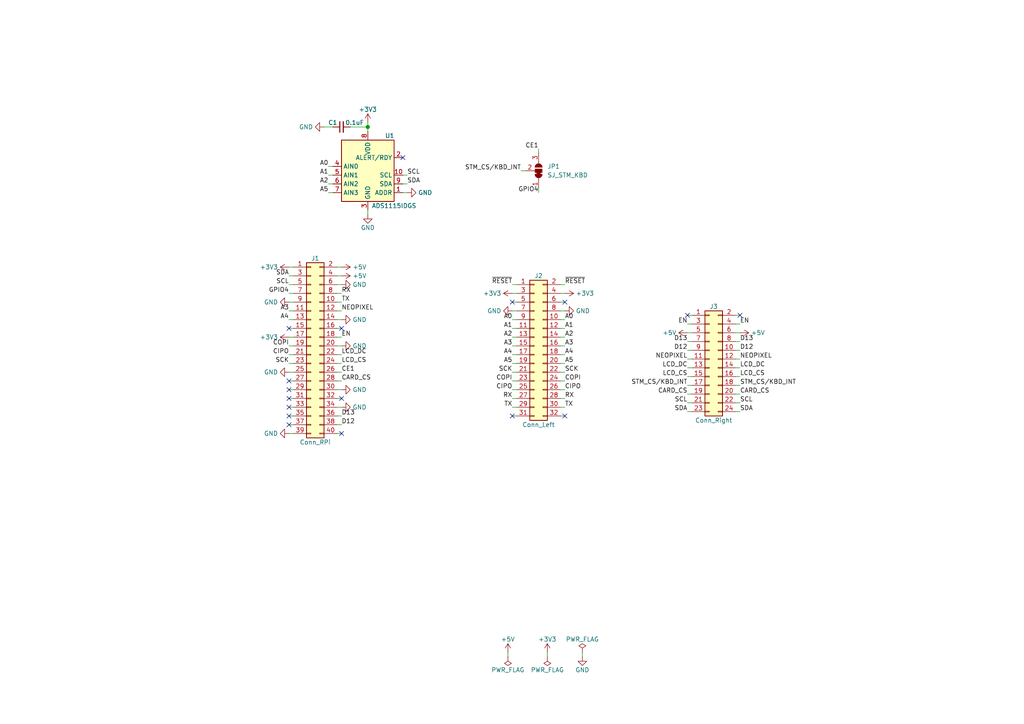
<source format=kicad_sch>
(kicad_sch (version 20230121) (generator eeschema)
  (paper "A4")
  (lib_symbols
    (symbol "Analog_ADC:ADS1115IDGS"
      (property "Reference" "U" (at 2.54 13.97 0))
      (property "Value" "ADS1115IDGS" (at 7.62 11.43 0))
      (symbol "ADS1115IDGS_0_1"
        (rectangle (start -7.62 10.16) (end 7.62 -7.62) (stroke (width 0.254)) (fill (type background)))
      )
      (symbol "ADS1115IDGS_1_1"
        (pin input line (at 10.16 -5.08 180) (length 2.54) (name "ADDR") (number "1"))
        (pin input line (at 10.16 0 180) (length 2.54) (name "SCL") (number "10"))
        (pin output line (at 10.16 5.08 180) (length 2.54) (name "ALERT/RDY") (number "2"))
        (pin power_in line (at 0 -10.16 90) (length 2.54) (name "GND") (number "3"))
        (pin input line (at -10.16 2.54 0) (length 2.54) (name "AIN0") (number "4"))
        (pin input line (at -10.16 0 0) (length 2.54) (name "AIN1") (number "5"))
        (pin input line (at -10.16 -2.54 0) (length 2.54) (name "AIN2") (number "6"))
        (pin input line (at -10.16 -5.08 0) (length 2.54) (name "AIN3") (number "7"))
        (pin power_in line (at 0 12.7 270) (length 2.54) (name "VDD") (number "8"))
        (pin bidirectional line (at 10.16 -2.54 180) (length 2.54) (name "SDA") (number "9"))
      )
    )
    (symbol "Connector_Generic:Conn_02x12_Odd_Even" (pin_names (offset 1.016) hide)
      (property "Reference" "J" (at 1.27 15.24 0))
      (property "Value" "Conn_02x12_Odd_Even" (at 1.27 -17.78 0))
      (symbol "Conn_02x12_Odd_Even_1_1"
        (rectangle (start -1.27 -15.113) (end 0 -15.367) (stroke (width 0.1524)))
        (rectangle (start -1.27 -12.573) (end 0 -12.827) (stroke (width 0.1524)))
        (rectangle (start -1.27 -10.033) (end 0 -10.287) (stroke (width 0.1524)))
        (rectangle (start -1.27 -7.493) (end 0 -7.747) (stroke (width 0.1524)))
        (rectangle (start -1.27 -4.953) (end 0 -5.207) (stroke (width 0.1524)))
        (rectangle (start -1.27 -2.413) (end 0 -2.667) (stroke (width 0.1524)))
        (rectangle (start -1.27 0.127) (end 0 -0.127) (stroke (width 0.1524)))
        (rectangle (start -1.27 2.667) (end 0 2.413) (stroke (width 0.1524)))
        (rectangle (start -1.27 5.207) (end 0 4.953) (stroke (width 0.1524)))
        (rectangle (start -1.27 7.747) (end 0 7.493) (stroke (width 0.1524)))
        (rectangle (start -1.27 10.287) (end 0 10.033) (stroke (width 0.1524)))
        (rectangle (start -1.27 12.827) (end 0 12.573) (stroke (width 0.1524)))
        (rectangle (start -1.27 13.97) (end 3.81 -16.51) (stroke (width 0.254)) (fill (type background)))
        (rectangle (start 3.81 -15.113) (end 2.54 -15.367) (stroke (width 0.1524)))
        (rectangle (start 3.81 -12.573) (end 2.54 -12.827) (stroke (width 0.1524)))
        (rectangle (start 3.81 -10.033) (end 2.54 -10.287) (stroke (width 0.1524)))
        (rectangle (start 3.81 -7.493) (end 2.54 -7.747) (stroke (width 0.1524)))
        (rectangle (start 3.81 -4.953) (end 2.54 -5.207) (stroke (width 0.1524)))
        (rectangle (start 3.81 -2.413) (end 2.54 -2.667) (stroke (width 0.1524)))
        (rectangle (start 3.81 0.127) (end 2.54 -0.127) (stroke (width 0.1524)))
        (rectangle (start 3.81 2.667) (end 2.54 2.413) (stroke (width 0.1524)))
        (rectangle (start 3.81 5.207) (end 2.54 4.953) (stroke (width 0.1524)))
        (rectangle (start 3.81 7.747) (end 2.54 7.493) (stroke (width 0.1524)))
        (rectangle (start 3.81 10.287) (end 2.54 10.033) (stroke (width 0.1524)))
        (rectangle (start 3.81 12.827) (end 2.54 12.573) (stroke (width 0.1524)))
        (pin passive line (at -5.08 12.7 0) (length 3.81) (name "Pin_1") (number "1"))
        (pin passive line (at 7.62 2.54 180) (length 3.81) (name "Pin_10") (number "10"))
        (pin passive line (at -5.08 0 0) (length 3.81) (name "Pin_11") (number "11"))
        (pin passive line (at 7.62 0 180) (length 3.81) (name "Pin_12") (number "12"))
        (pin passive line (at -5.08 -2.54 0) (length 3.81) (name "Pin_13") (number "13"))
        (pin passive line (at 7.62 -2.54 180) (length 3.81) (name "Pin_14") (number "14"))
        (pin passive line (at -5.08 -5.08 0) (length 3.81) (name "Pin_15") (number "15"))
        (pin passive line (at 7.62 -5.08 180) (length 3.81) (name "Pin_16") (number "16"))
        (pin passive line (at -5.08 -7.62 0) (length 3.81) (name "Pin_17") (number "17"))
        (pin passive line (at 7.62 -7.62 180) (length 3.81) (name "Pin_18") (number "18"))
        (pin passive line (at -5.08 -10.16 0) (length 3.81) (name "Pin_19") (number "19"))
        (pin passive line (at 7.62 12.7 180) (length 3.81) (name "Pin_2") (number "2"))
        (pin passive line (at 7.62 -10.16 180) (length 3.81) (name "Pin_20") (number "20"))
        (pin passive line (at -5.08 -12.7 0) (length 3.81) (name "Pin_21") (number "21"))
        (pin passive line (at 7.62 -12.7 180) (length 3.81) (name "Pin_22") (number "22"))
        (pin passive line (at -5.08 -15.24 0) (length 3.81) (name "Pin_23") (number "23"))
        (pin passive line (at 7.62 -15.24 180) (length 3.81) (name "Pin_24") (number "24"))
        (pin passive line (at -5.08 10.16 0) (length 3.81) (name "Pin_3") (number "3"))
        (pin passive line (at 7.62 10.16 180) (length 3.81) (name "Pin_4") (number "4"))
        (pin passive line (at -5.08 7.62 0) (length 3.81) (name "Pin_5") (number "5"))
        (pin passive line (at 7.62 7.62 180) (length 3.81) (name "Pin_6") (number "6"))
        (pin passive line (at -5.08 5.08 0) (length 3.81) (name "Pin_7") (number "7"))
        (pin passive line (at 7.62 5.08 180) (length 3.81) (name "Pin_8") (number "8"))
        (pin passive line (at -5.08 2.54 0) (length 3.81) (name "Pin_9") (number "9"))
      )
    )
    (symbol "Connector_Generic:Conn_02x16_Odd_Even" (pin_names (offset 1.016) hide)
      (property "Reference" "J" (at 1.27 20.32 0))
      (property "Value" "Conn_02x16_Odd_Even" (at 1.27 -22.86 0))
      (symbol "Conn_02x16_Odd_Even_1_1"
        (rectangle (start -1.27 -20.193) (end 0 -20.447) (stroke (width 0.1524)))
        (rectangle (start -1.27 -17.653) (end 0 -17.907) (stroke (width 0.1524)))
        (rectangle (start -1.27 -15.113) (end 0 -15.367) (stroke (width 0.1524)))
        (rectangle (start -1.27 -12.573) (end 0 -12.827) (stroke (width 0.1524)))
        (rectangle (start -1.27 -10.033) (end 0 -10.287) (stroke (width 0.1524)))
        (rectangle (start -1.27 -7.493) (end 0 -7.747) (stroke (width 0.1524)))
        (rectangle (start -1.27 -4.953) (end 0 -5.207) (stroke (width 0.1524)))
        (rectangle (start -1.27 -2.413) (end 0 -2.667) (stroke (width 0.1524)))
        (rectangle (start -1.27 0.127) (end 0 -0.127) (stroke (width 0.1524)))
        (rectangle (start -1.27 2.667) (end 0 2.413) (stroke (width 0.1524)))
        (rectangle (start -1.27 5.207) (end 0 4.953) (stroke (width 0.1524)))
        (rectangle (start -1.27 7.747) (end 0 7.493) (stroke (width 0.1524)))
        (rectangle (start -1.27 10.287) (end 0 10.033) (stroke (width 0.1524)))
        (rectangle (start -1.27 12.827) (end 0 12.573) (stroke (width 0.1524)))
        (rectangle (start -1.27 15.367) (end 0 15.113) (stroke (width 0.1524)))
        (rectangle (start -1.27 17.907) (end 0 17.653) (stroke (width 0.1524)))
        (rectangle (start -1.27 19.05) (end 3.81 -21.59) (stroke (width 0.254)) (fill (type background)))
        (rectangle (start 3.81 -20.193) (end 2.54 -20.447) (stroke (width 0.1524)))
        (rectangle (start 3.81 -17.653) (end 2.54 -17.907) (stroke (width 0.1524)))
        (rectangle (start 3.81 -15.113) (end 2.54 -15.367) (stroke (width 0.1524)))
        (rectangle (start 3.81 -12.573) (end 2.54 -12.827) (stroke (width 0.1524)))
        (rectangle (start 3.81 -10.033) (end 2.54 -10.287) (stroke (width 0.1524)))
        (rectangle (start 3.81 -7.493) (end 2.54 -7.747) (stroke (width 0.1524)))
        (rectangle (start 3.81 -4.953) (end 2.54 -5.207) (stroke (width 0.1524)))
        (rectangle (start 3.81 -2.413) (end 2.54 -2.667) (stroke (width 0.1524)))
        (rectangle (start 3.81 0.127) (end 2.54 -0.127) (stroke (width 0.1524)))
        (rectangle (start 3.81 2.667) (end 2.54 2.413) (stroke (width 0.1524)))
        (rectangle (start 3.81 5.207) (end 2.54 4.953) (stroke (width 0.1524)))
        (rectangle (start 3.81 7.747) (end 2.54 7.493) (stroke (width 0.1524)))
        (rectangle (start 3.81 10.287) (end 2.54 10.033) (stroke (width 0.1524)))
        (rectangle (start 3.81 12.827) (end 2.54 12.573) (stroke (width 0.1524)))
        (rectangle (start 3.81 15.367) (end 2.54 15.113) (stroke (width 0.1524)))
        (rectangle (start 3.81 17.907) (end 2.54 17.653) (stroke (width 0.1524)))
        (pin passive line (at -5.08 17.78 0) (length 3.81) (name "Pin_1") (number "1"))
        (pin passive line (at 7.62 7.62 180) (length 3.81) (name "Pin_10") (number "10"))
        (pin passive line (at -5.08 5.08 0) (length 3.81) (name "Pin_11") (number "11"))
        (pin passive line (at 7.62 5.08 180) (length 3.81) (name "Pin_12") (number "12"))
        (pin passive line (at -5.08 2.54 0) (length 3.81) (name "Pin_13") (number "13"))
        (pin passive line (at 7.62 2.54 180) (length 3.81) (name "Pin_14") (number "14"))
        (pin passive line (at -5.08 0 0) (length 3.81) (name "Pin_15") (number "15"))
        (pin passive line (at 7.62 0 180) (length 3.81) (name "Pin_16") (number "16"))
        (pin passive line (at -5.08 -2.54 0) (length 3.81) (name "Pin_17") (number "17"))
        (pin passive line (at 7.62 -2.54 180) (length 3.81) (name "Pin_18") (number "18"))
        (pin passive line (at -5.08 -5.08 0) (length 3.81) (name "Pin_19") (number "19"))
        (pin passive line (at 7.62 17.78 180) (length 3.81) (name "Pin_2") (number "2"))
        (pin passive line (at 7.62 -5.08 180) (length 3.81) (name "Pin_20") (number "20"))
        (pin passive line (at -5.08 -7.62 0) (length 3.81) (name "Pin_21") (number "21"))
        (pin passive line (at 7.62 -7.62 180) (length 3.81) (name "Pin_22") (number "22"))
        (pin passive line (at -5.08 -10.16 0) (length 3.81) (name "Pin_23") (number "23"))
        (pin passive line (at 7.62 -10.16 180) (length 3.81) (name "Pin_24") (number "24"))
        (pin passive line (at -5.08 -12.7 0) (length 3.81) (name "Pin_25") (number "25"))
        (pin passive line (at 7.62 -12.7 180) (length 3.81) (name "Pin_26") (number "26"))
        (pin passive line (at -5.08 -15.24 0) (length 3.81) (name "Pin_27") (number "27"))
        (pin passive line (at 7.62 -15.24 180) (length 3.81) (name "Pin_28") (number "28"))
        (pin passive line (at -5.08 -17.78 0) (length 3.81) (name "Pin_29") (number "29"))
        (pin passive line (at -5.08 15.24 0) (length 3.81) (name "Pin_3") (number "3"))
        (pin passive line (at 7.62 -17.78 180) (length 3.81) (name "Pin_30") (number "30"))
        (pin passive line (at -5.08 -20.32 0) (length 3.81) (name "Pin_31") (number "31"))
        (pin passive line (at 7.62 -20.32 180) (length 3.81) (name "Pin_32") (number "32"))
        (pin passive line (at 7.62 15.24 180) (length 3.81) (name "Pin_4") (number "4"))
        (pin passive line (at -5.08 12.7 0) (length 3.81) (name "Pin_5") (number "5"))
        (pin passive line (at 7.62 12.7 180) (length 3.81) (name "Pin_6") (number "6"))
        (pin passive line (at -5.08 10.16 0) (length 3.81) (name "Pin_7") (number "7"))
        (pin passive line (at 7.62 10.16 180) (length 3.81) (name "Pin_8") (number "8"))
        (pin passive line (at -5.08 7.62 0) (length 3.81) (name "Pin_9") (number "9"))
      )
    )
    (symbol "Connector_Generic:Conn_02x20_Odd_Even" (pin_names (offset 1.016) hide)
      (property "Reference" "J" (at 1.27 25.4 0))
      (property "Value" "Conn_02x20_Odd_Even" (at 1.27 -27.94 0))
      (symbol "Conn_02x20_Odd_Even_1_1"
        (rectangle (start -1.27 -25.273) (end 0 -25.527) (stroke (width 0.1524)))
        (rectangle (start -1.27 -22.733) (end 0 -22.987) (stroke (width 0.1524)))
        (rectangle (start -1.27 -20.193) (end 0 -20.447) (stroke (width 0.1524)))
        (rectangle (start -1.27 -17.653) (end 0 -17.907) (stroke (width 0.1524)))
        (rectangle (start -1.27 -15.113) (end 0 -15.367) (stroke (width 0.1524)))
        (rectangle (start -1.27 -12.573) (end 0 -12.827) (stroke (width 0.1524)))
        (rectangle (start -1.27 -10.033) (end 0 -10.287) (stroke (width 0.1524)))
        (rectangle (start -1.27 -7.493) (end 0 -7.747) (stroke (width 0.1524)))
        (rectangle (start -1.27 -4.953) (end 0 -5.207) (stroke (width 0.1524)))
        (rectangle (start -1.27 -2.413) (end 0 -2.667) (stroke (width 0.1524)))
        (rectangle (start -1.27 0.127) (end 0 -0.127) (stroke (width 0.1524)))
        (rectangle (start -1.27 2.667) (end 0 2.413) (stroke (width 0.1524)))
        (rectangle (start -1.27 5.207) (end 0 4.953) (stroke (width 0.1524)))
        (rectangle (start -1.27 7.747) (end 0 7.493) (stroke (width 0.1524)))
        (rectangle (start -1.27 10.287) (end 0 10.033) (stroke (width 0.1524)))
        (rectangle (start -1.27 12.827) (end 0 12.573) (stroke (width 0.1524)))
        (rectangle (start -1.27 15.367) (end 0 15.113) (stroke (width 0.1524)))
        (rectangle (start -1.27 17.907) (end 0 17.653) (stroke (width 0.1524)))
        (rectangle (start -1.27 20.447) (end 0 20.193) (stroke (width 0.1524)))
        (rectangle (start -1.27 22.987) (end 0 22.733) (stroke (width 0.1524)))
        (rectangle (start -1.27 24.13) (end 3.81 -26.67) (stroke (width 0.254)) (fill (type background)))
        (rectangle (start 3.81 -25.273) (end 2.54 -25.527) (stroke (width 0.1524)))
        (rectangle (start 3.81 -22.733) (end 2.54 -22.987) (stroke (width 0.1524)))
        (rectangle (start 3.81 -20.193) (end 2.54 -20.447) (stroke (width 0.1524)))
        (rectangle (start 3.81 -17.653) (end 2.54 -17.907) (stroke (width 0.1524)))
        (rectangle (start 3.81 -15.113) (end 2.54 -15.367) (stroke (width 0.1524)))
        (rectangle (start 3.81 -12.573) (end 2.54 -12.827) (stroke (width 0.1524)))
        (rectangle (start 3.81 -10.033) (end 2.54 -10.287) (stroke (width 0.1524)))
        (rectangle (start 3.81 -7.493) (end 2.54 -7.747) (stroke (width 0.1524)))
        (rectangle (start 3.81 -4.953) (end 2.54 -5.207) (stroke (width 0.1524)))
        (rectangle (start 3.81 -2.413) (end 2.54 -2.667) (stroke (width 0.1524)))
        (rectangle (start 3.81 0.127) (end 2.54 -0.127) (stroke (width 0.1524)))
        (rectangle (start 3.81 2.667) (end 2.54 2.413) (stroke (width 0.1524)))
        (rectangle (start 3.81 5.207) (end 2.54 4.953) (stroke (width 0.1524)))
        (rectangle (start 3.81 7.747) (end 2.54 7.493) (stroke (width 0.1524)))
        (rectangle (start 3.81 10.287) (end 2.54 10.033) (stroke (width 0.1524)))
        (rectangle (start 3.81 12.827) (end 2.54 12.573) (stroke (width 0.1524)))
        (rectangle (start 3.81 15.367) (end 2.54 15.113) (stroke (width 0.1524)))
        (rectangle (start 3.81 17.907) (end 2.54 17.653) (stroke (width 0.1524)))
        (rectangle (start 3.81 20.447) (end 2.54 20.193) (stroke (width 0.1524)))
        (rectangle (start 3.81 22.987) (end 2.54 22.733) (stroke (width 0.1524)))
        (pin passive line (at -5.08 22.86 0) (length 3.81) (name "Pin_1") (number "1"))
        (pin passive line (at 7.62 12.7 180) (length 3.81) (name "Pin_10") (number "10"))
        (pin passive line (at -5.08 10.16 0) (length 3.81) (name "Pin_11") (number "11"))
        (pin passive line (at 7.62 10.16 180) (length 3.81) (name "Pin_12") (number "12"))
        (pin passive line (at -5.08 7.62 0) (length 3.81) (name "Pin_13") (number "13"))
        (pin passive line (at 7.62 7.62 180) (length 3.81) (name "Pin_14") (number "14"))
        (pin passive line (at -5.08 5.08 0) (length 3.81) (name "Pin_15") (number "15"))
        (pin passive line (at 7.62 5.08 180) (length 3.81) (name "Pin_16") (number "16"))
        (pin passive line (at -5.08 2.54 0) (length 3.81) (name "Pin_17") (number "17"))
        (pin passive line (at 7.62 2.54 180) (length 3.81) (name "Pin_18") (number "18"))
        (pin passive line (at -5.08 0 0) (length 3.81) (name "Pin_19") (number "19"))
        (pin passive line (at 7.62 22.86 180) (length 3.81) (name "Pin_2") (number "2"))
        (pin passive line (at 7.62 0 180) (length 3.81) (name "Pin_20") (number "20"))
        (pin passive line (at -5.08 -2.54 0) (length 3.81) (name "Pin_21") (number "21"))
        (pin passive line (at 7.62 -2.54 180) (length 3.81) (name "Pin_22") (number "22"))
        (pin passive line (at -5.08 -5.08 0) (length 3.81) (name "Pin_23") (number "23"))
        (pin passive line (at 7.62 -5.08 180) (length 3.81) (name "Pin_24") (number "24"))
        (pin passive line (at -5.08 -7.62 0) (length 3.81) (name "Pin_25") (number "25"))
        (pin passive line (at 7.62 -7.62 180) (length 3.81) (name "Pin_26") (number "26"))
        (pin passive line (at -5.08 -10.16 0) (length 3.81) (name "Pin_27") (number "27"))
        (pin passive line (at 7.62 -10.16 180) (length 3.81) (name "Pin_28") (number "28"))
        (pin passive line (at -5.08 -12.7 0) (length 3.81) (name "Pin_29") (number "29"))
        (pin passive line (at -5.08 20.32 0) (length 3.81) (name "Pin_3") (number "3"))
        (pin passive line (at 7.62 -12.7 180) (length 3.81) (name "Pin_30") (number "30"))
        (pin passive line (at -5.08 -15.24 0) (length 3.81) (name "Pin_31") (number "31"))
        (pin passive line (at 7.62 -15.24 180) (length 3.81) (name "Pin_32") (number "32"))
        (pin passive line (at -5.08 -17.78 0) (length 3.81) (name "Pin_33") (number "33"))
        (pin passive line (at 7.62 -17.78 180) (length 3.81) (name "Pin_34") (number "34"))
        (pin passive line (at -5.08 -20.32 0) (length 3.81) (name "Pin_35") (number "35"))
        (pin passive line (at 7.62 -20.32 180) (length 3.81) (name "Pin_36") (number "36"))
        (pin passive line (at -5.08 -22.86 0) (length 3.81) (name "Pin_37") (number "37"))
        (pin passive line (at 7.62 -22.86 180) (length 3.81) (name "Pin_38") (number "38"))
        (pin passive line (at -5.08 -25.4 0) (length 3.81) (name "Pin_39") (number "39"))
        (pin passive line (at 7.62 20.32 180) (length 3.81) (name "Pin_4") (number "4"))
        (pin passive line (at 7.62 -25.4 180) (length 3.81) (name "Pin_40") (number "40"))
        (pin passive line (at -5.08 17.78 0) (length 3.81) (name "Pin_5") (number "5"))
        (pin passive line (at 7.62 17.78 180) (length 3.81) (name "Pin_6") (number "6"))
        (pin passive line (at -5.08 15.24 0) (length 3.81) (name "Pin_7") (number "7"))
        (pin passive line (at 7.62 15.24 180) (length 3.81) (name "Pin_8") (number "8"))
        (pin passive line (at -5.08 12.7 0) (length 3.81) (name "Pin_9") (number "9"))
      )
    )
    (symbol "Device:C_Small" (pin_numbers hide) (pin_names (offset 0.254) hide)
      (property "Reference" "C" (at 0.254 1.778 0))
      (property "Value" "C_Small" (at 0.254 -2.032 0))
      (symbol "C_Small_0_1"
        (polyline (pts (xy -1.524 -0.508) (xy 1.524 -0.508)) (stroke (width 0.3302)))
        (polyline (pts (xy -1.524 0.508) (xy 1.524 0.508)) (stroke (width 0.3048)))
      )
      (symbol "C_Small_1_1"
        (pin passive line (at 0 2.54 270) (length 2.032) (name "~") (number "1"))
        (pin passive line (at 0 -2.54 90) (length 2.032) (name "~") (number "2"))
      )
    )
    (symbol "Jumper:SolderJumper_3_Bridged12" (pin_names (offset 0) hide)
      (property "Reference" "JP" (at -2.54 -2.54 0))
      (property "Value" "SolderJumper_3_Bridged12" (at 0 2.794 0))
      (symbol "SolderJumper_3_Bridged12_0_1"
        (rectangle (start -1.016 0.508) (end -0.508 -0.508) (fill (type outline)))
        (arc (start -1.016 1.016) (mid -2.0276 0) (end -1.016 -1.016))
        (arc (start -1.016 1.016) (mid -2.0276 0) (end -1.016 -1.016) (fill (type outline)))
        (rectangle (start -0.508 1.016) (end 0.508 -1.016) (fill (type outline)))
        (polyline (pts (xy -2.54 0) (xy -2.032 0)))
        (polyline (pts (xy -1.016 1.016) (xy -1.016 -1.016)))
        (polyline (pts (xy 0 -1.27) (xy 0 -1.016)))
        (polyline (pts (xy 1.016 1.016) (xy 1.016 -1.016)))
        (polyline (pts (xy 2.54 0) (xy 2.032 0)))
        (arc (start 1.016 -1.016) (mid 2.0276 0) (end 1.016 1.016))
        (arc (start 1.016 -1.016) (mid 2.0276 0) (end 1.016 1.016) (fill (type outline)))
      )
      (symbol "SolderJumper_3_Bridged12_1_1"
        (pin passive line (at -5.08 0 0) (length 2.54) (name "A") (number "1"))
        (pin input line (at 0 -3.81 90) (length 2.54) (name "C") (number "2"))
        (pin passive line (at 5.08 0 180) (length 2.54) (name "B") (number "3"))
      )
    )
    (symbol "power:+3.3V" (power) (pin_names (offset 0))
      (property "Value" "+3.3V" (at 0 3.556 0))
      (symbol "+3.3V_0_1"
        (polyline (pts (xy -0.762 1.27) (xy 0 2.54)))
        (polyline (pts (xy 0 0) (xy 0 2.54)))
        (polyline (pts (xy 0 2.54) (xy 0.762 1.27)))
      )
      (symbol "+3.3V_1_1"
        (pin power_in line (at 0 0 90) (length 0) hide (name "+3V3") (number "1"))
      )
    )
    (symbol "power:+5V" (power) (pin_names (offset 0))
      (property "Value" "+5V" (at 0 3.556 0))
      (symbol "+5V_0_1"
        (polyline (pts (xy -0.762 1.27) (xy 0 2.54)))
        (polyline (pts (xy 0 0) (xy 0 2.54)))
        (polyline (pts (xy 0 2.54) (xy 0.762 1.27)))
      )
      (symbol "+5V_1_1"
        (pin power_in line (at 0 0 90) (length 0) hide (name "+5V") (number "1"))
      )
    )
    (symbol "power:GND" (power) (pin_names (offset 0))
      (property "Value" "GND" (at 0 -3.81 0))
      (symbol "GND_0_1"
        (polyline (pts (xy 0 0) (xy 0 -1.27) (xy 1.27 -1.27) (xy 0 -2.54) (xy -1.27 -1.27) (xy 0 -1.27)))
      )
      (symbol "GND_1_1"
        (pin power_in line (at 0 0 270) (length 0) hide (name "GND") (number "1"))
      )
    )
    (symbol "power:PWR_FLAG" (power) (pin_numbers hide) (pin_names (offset 0) hide)
      (property "Value" "PWR_FLAG" (at 0 3.81 0))
      (symbol "PWR_FLAG_0_0"
        (pin power_out line (at 0 0 90) (length 0) (name "pwr") (number "1"))
      )
      (symbol "PWR_FLAG_0_1"
        (polyline (pts (xy 0 0) (xy 0 1.27) (xy -1.016 1.905) (xy 0 2.54) (xy 1.016 1.905) (xy 0 1.27)))
      )
    )
  )
  (junction (at 106.68 36.83) (diameter 1.016))
  (no_connect (at 163.83 87.63))
  (no_connect (at 116.84 45.72))
  (no_connect (at 199.39 91.44))
  (no_connect (at 148.59 120.65))
  (no_connect (at 163.83 120.65))
  (no_connect (at 83.82 95.25))
  (no_connect (at 83.82 110.49))
  (no_connect (at 83.82 113.03))
  (no_connect (at 83.82 115.57))
  (no_connect (at 83.82 118.11))
  (no_connect (at 83.82 120.65))
  (no_connect (at 83.82 123.19))
  (no_connect (at 99.06 95.25))
  (no_connect (at 99.06 115.57))
  (no_connect (at 99.06 125.73))
  (no_connect (at 214.63 91.44))
  (no_connect (at 148.59 87.63))
  (wire (pts (xy 162.56 115.57) (xy 163.83 115.57)))
  (wire (pts (xy 148.59 100.33) (xy 149.86 100.33)))
  (wire (pts (xy 213.36 114.3) (xy 214.63 114.3)))
  (wire (pts (xy 83.82 102.87) (xy 85.09 102.87)))
  (wire (pts (xy 97.79 100.33) (xy 99.06 100.33)))
  (wire (pts (xy 162.56 92.71) (xy 163.83 92.71)))
  (wire (pts (xy 148.59 113.03) (xy 149.86 113.03)))
  (wire (pts (xy 97.79 87.63) (xy 99.06 87.63)))
  (wire (pts (xy 162.56 113.03) (xy 163.83 113.03)))
  (wire (pts (xy 213.36 101.6) (xy 214.63 101.6)))
  (wire (pts (xy 97.79 105.41) (xy 99.06 105.41)))
  (wire (pts (xy 97.79 110.49) (xy 99.06 110.49)))
  (wire (pts (xy 156.21 43.18) (xy 156.21 44.45)))
  (wire (pts (xy 95.25 53.34) (xy 96.52 53.34)))
  (wire (pts (xy 106.68 35.56) (xy 106.68 36.83)))
  (wire (pts (xy 106.68 36.83) (xy 106.68 38.1)))
  (wire (pts (xy 83.82 90.17) (xy 85.09 90.17)))
  (wire (pts (xy 213.36 104.14) (xy 214.63 104.14)))
  (wire (pts (xy 162.56 120.65) (xy 163.83 120.65)))
  (wire (pts (xy 213.36 91.44) (xy 214.63 91.44)))
  (wire (pts (xy 148.59 85.09) (xy 149.86 85.09)))
  (wire (pts (xy 97.79 92.71) (xy 99.06 92.71)))
  (wire (pts (xy 116.84 55.88) (xy 118.11 55.88)))
  (wire (pts (xy 97.79 107.95) (xy 99.06 107.95)))
  (wire (pts (xy 95.25 50.8) (xy 96.52 50.8)))
  (wire (pts (xy 95.25 48.26) (xy 96.52 48.26)))
  (wire (pts (xy 148.59 92.71) (xy 149.86 92.71)))
  (wire (pts (xy 83.82 95.25) (xy 85.09 95.25)))
  (wire (pts (xy 199.39 109.22) (xy 200.66 109.22)))
  (wire (pts (xy 83.82 110.49) (xy 85.09 110.49)))
  (wire (pts (xy 83.82 87.63) (xy 85.09 87.63)))
  (wire (pts (xy 97.79 125.73) (xy 99.06 125.73)))
  (wire (pts (xy 148.59 118.11) (xy 149.86 118.11)))
  (wire (pts (xy 213.36 93.98) (xy 214.63 93.98)))
  (wire (pts (xy 148.59 95.25) (xy 149.86 95.25)))
  (wire (pts (xy 148.59 97.79) (xy 149.86 97.79)))
  (wire (pts (xy 213.36 119.38) (xy 214.63 119.38)))
  (wire (pts (xy 97.79 123.19) (xy 99.06 123.19)))
  (wire (pts (xy 83.82 118.11) (xy 85.09 118.11)))
  (wire (pts (xy 152.4 49.53) (xy 151.13 49.53)))
  (wire (pts (xy 83.82 97.79) (xy 85.09 97.79)))
  (wire (pts (xy 213.36 96.52) (xy 214.63 96.52)))
  (wire (pts (xy 116.84 53.34) (xy 118.11 53.34)))
  (wire (pts (xy 148.59 120.65) (xy 149.86 120.65)))
  (wire (pts (xy 199.39 104.14) (xy 200.66 104.14)))
  (wire (pts (xy 83.82 115.57) (xy 85.09 115.57)))
  (wire (pts (xy 148.59 102.87) (xy 149.86 102.87)))
  (wire (pts (xy 83.82 105.41) (xy 85.09 105.41)))
  (wire (pts (xy 97.79 82.55) (xy 99.06 82.55)))
  (wire (pts (xy 213.36 99.06) (xy 214.63 99.06)))
  (wire (pts (xy 162.56 100.33) (xy 163.83 100.33)))
  (wire (pts (xy 199.39 111.76) (xy 200.66 111.76)))
  (wire (pts (xy 213.36 116.84) (xy 214.63 116.84)))
  (wire (pts (xy 83.82 82.55) (xy 85.09 82.55)))
  (wire (pts (xy 97.79 80.01) (xy 99.06 80.01)))
  (wire (pts (xy 148.59 107.95) (xy 149.86 107.95)))
  (wire (pts (xy 162.56 87.63) (xy 163.83 87.63)))
  (wire (pts (xy 148.59 87.63) (xy 149.86 87.63)))
  (wire (pts (xy 83.82 113.03) (xy 85.09 113.03)))
  (wire (pts (xy 97.79 77.47) (xy 99.06 77.47)))
  (wire (pts (xy 162.56 110.49) (xy 163.83 110.49)))
  (wire (pts (xy 101.6 36.83) (xy 106.68 36.83)))
  (wire (pts (xy 199.39 96.52) (xy 200.66 96.52)))
  (wire (pts (xy 168.91 189.23) (xy 168.91 190.5)))
  (wire (pts (xy 97.79 118.11) (xy 99.06 118.11)))
  (wire (pts (xy 148.59 90.17) (xy 149.86 90.17)))
  (wire (pts (xy 83.82 125.73) (xy 85.09 125.73)))
  (wire (pts (xy 162.56 90.17) (xy 163.83 90.17)))
  (wire (pts (xy 83.82 92.71) (xy 85.09 92.71)))
  (wire (pts (xy 213.36 106.68) (xy 214.63 106.68)))
  (wire (pts (xy 162.56 82.55) (xy 163.83 82.55)))
  (wire (pts (xy 199.39 106.68) (xy 200.66 106.68)))
  (wire (pts (xy 162.56 102.87) (xy 163.83 102.87)))
  (wire (pts (xy 83.82 107.95) (xy 85.09 107.95)))
  (wire (pts (xy 97.79 115.57) (xy 99.06 115.57)))
  (wire (pts (xy 199.39 119.38) (xy 200.66 119.38)))
  (wire (pts (xy 83.82 77.47) (xy 85.09 77.47)))
  (wire (pts (xy 106.68 60.96) (xy 106.68 62.23)))
  (wire (pts (xy 158.75 189.23) (xy 158.75 190.5)))
  (wire (pts (xy 83.82 85.09) (xy 85.09 85.09)))
  (wire (pts (xy 147.32 189.23) (xy 147.32 190.5)))
  (wire (pts (xy 148.59 105.41) (xy 149.86 105.41)))
  (wire (pts (xy 83.82 100.33) (xy 85.09 100.33)))
  (wire (pts (xy 116.84 50.8) (xy 118.11 50.8)))
  (wire (pts (xy 199.39 116.84) (xy 200.66 116.84)))
  (wire (pts (xy 83.82 120.65) (xy 85.09 120.65)))
  (wire (pts (xy 97.79 102.87) (xy 99.06 102.87)))
  (wire (pts (xy 199.39 114.3) (xy 200.66 114.3)))
  (wire (pts (xy 95.25 55.88) (xy 96.52 55.88)))
  (wire (pts (xy 93.98 36.83) (xy 96.52 36.83)))
  (wire (pts (xy 97.79 95.25) (xy 99.06 95.25)))
  (wire (pts (xy 83.82 123.19) (xy 85.09 123.19)))
  (wire (pts (xy 83.82 80.01) (xy 85.09 80.01)))
  (wire (pts (xy 162.56 97.79) (xy 163.83 97.79)))
  (wire (pts (xy 156.21 54.61) (xy 156.21 55.88)))
  (wire (pts (xy 148.59 82.55) (xy 149.86 82.55)))
  (wire (pts (xy 162.56 107.95) (xy 163.83 107.95)))
  (wire (pts (xy 162.56 118.11) (xy 163.83 118.11)))
  (wire (pts (xy 162.56 85.09) (xy 163.83 85.09)))
  (wire (pts (xy 213.36 111.76) (xy 214.63 111.76)))
  (wire (pts (xy 97.79 90.17) (xy 99.06 90.17)))
  (wire (pts (xy 97.79 97.79) (xy 99.06 97.79)))
  (wire (pts (xy 148.59 115.57) (xy 149.86 115.57)))
  (wire (pts (xy 199.39 101.6) (xy 200.66 101.6)))
  (wire (pts (xy 199.39 91.44) (xy 200.66 91.44)))
  (wire (pts (xy 162.56 95.25) (xy 163.83 95.25)))
  (wire (pts (xy 97.79 120.65) (xy 99.06 120.65)))
  (wire (pts (xy 97.79 85.09) (xy 99.06 85.09)))
  (wire (pts (xy 148.59 110.49) (xy 149.86 110.49)))
  (wire (pts (xy 199.39 99.06) (xy 200.66 99.06)))
  (wire (pts (xy 97.79 113.03) (xy 99.06 113.03)))
  (wire (pts (xy 213.36 109.22) (xy 214.63 109.22)))
  (wire (pts (xy 199.39 93.98) (xy 200.66 93.98)))
  (wire (pts (xy 162.56 105.41) (xy 163.83 105.41)))
  (label "A4" (at 148.59 102.87 180))
  (label "LCD_CS" (at 199.39 109.22 180))
  (label "SCK" (at 83.82 105.41 180))
  (label "RX" (at 99.06 85.09 0))
  (label "A3" (at 163.83 100.33 0))
  (label "STM_CS{slash}KBD_INT" (at 199.39 111.76 180))
  (label "SDA" (at 199.39 119.38 180))
  (label "A2" (at 148.59 97.79 180))
  (label "EN" (at 99.06 97.79 0))
  (label "SCL" (at 214.63 116.84 0))
  (label "NEOPIXEL" (at 99.06 90.17 0))
  (label "SCL" (at 118.11 50.8 0))
  (label "SDA" (at 118.11 53.34 0))
  (label "NEOPIXEL" (at 214.63 104.14 0))
  (label "LCD_DC" (at 199.39 106.68 180))
  (label "A3" (at 148.59 100.33 180))
  (label "COPI" (at 163.83 110.49 0))
  (label "STM_CS{slash}KBD_INT" (at 151.13 49.53 180))
  (label "CIPO" (at 148.59 113.03 180))
  (label "A2" (at 95.25 53.34 180))
  (label "A1" (at 148.59 95.25 180))
  (label "TX" (at 163.83 118.11 0))
  (label "TX" (at 148.59 118.11 180))
  (label "A2" (at 163.83 97.79 0))
  (label "D13" (at 99.06 120.65 0))
  (label "A5" (at 148.59 105.41 180))
  (label "STM_CS{slash}KBD_INT" (at 214.63 111.76 0))
  (label "RX" (at 148.59 115.57 180))
  (label "CE1" (at 156.21 43.18 180))
  (label "A5" (at 95.25 55.88 180))
  (label "CARD_CS" (at 214.63 114.3 0))
  (label "LCD_DC" (at 214.63 106.68 0))
  (label "A5" (at 163.83 105.41 0))
  (label "A0" (at 148.59 92.71 180))
  (label "CIPO" (at 83.82 102.87 180))
  (label "D12" (at 99.06 123.19 0))
  (label "LCD_DC" (at 99.06 102.87 0))
  (label "CARD_CS" (at 99.06 110.49 0))
  (label "EN" (at 199.39 93.98 180))
  (label "A0" (at 163.83 92.71 0))
  (label "D12" (at 199.39 101.6 180))
  (label "~{RESET}" (at 163.83 82.55 0))
  (label "LCD_CS" (at 214.63 109.22 0))
  (label "SDA" (at 83.82 80.01 180))
  (label "LCD_CS" (at 99.06 105.41 0))
  (label "SDA" (at 214.63 119.38 0))
  (label "D13" (at 199.39 99.06 180))
  (label "EN" (at 214.63 93.98 0))
  (label "A4" (at 163.83 102.87 0))
  (label "A4" (at 83.82 92.71 180))
  (label "CIPO" (at 163.83 113.03 0))
  (label "SCL" (at 83.82 82.55 180))
  (label "A1" (at 95.25 50.8 180))
  (label "NEOPIXEL" (at 199.39 104.14 180))
  (label "COPI" (at 148.59 110.49 180))
  (label "SCK" (at 148.59 107.95 180))
  (label "GPIO4" (at 156.21 55.88 180))
  (label "A1" (at 163.83 95.25 0))
  (label "D13" (at 214.63 99.06 0))
  (label "RX" (at 163.83 115.57 0))
  (label "TX" (at 99.06 87.63 0))
  (label "A3" (at 83.82 90.17 180))
  (label "CARD_CS" (at 199.39 114.3 180))
  (label "GPIO4" (at 83.82 85.09 180))
  (label "A0" (at 95.25 48.26 180))
  (label "CE1" (at 99.06 107.95 0))
  (label "~{RESET}" (at 148.59 82.55 180))
  (label "D12" (at 214.63 101.6 0))
  (label "COPI" (at 83.82 100.33 180))
  (label "SCL" (at 199.39 116.84 180))
  (label "SCK" (at 163.83 107.95 0))
  (symbol (lib_id "power:GND") (at 118.11 55.88 90) (unit 1)
    (property "Reference" "#PWR0125" (effects hide))
    (property "Value" "GND" (at 121.285 55.88 90) (effects (justify right)))
  )
  (symbol (lib_id "power:+3.3V") (at 158.75 189.23 0) (unit 1)
    (property "Reference" "#PWR0105" (effects hide))
    (property "Value" "+3.3V" (at 158.75 185.42 0))
  )
  (symbol (lib_id "power:GND") (at 168.91 190.5 0) (mirror y) (unit 1)
    (property "Reference" "#PWR0107" (effects hide))
    (property "Value" "GND" (at 168.91 194.31 0))
  )
  (symbol (lib_id "power:GND") (at 99.06 118.11 90) (unit 1)
    (property "Reference" "#PWR0101" (effects hide))
    (property "Value" "GND" (at 102.235 118.11 90) (effects (justify right)))
  )
  (symbol (lib_id "power:+3.3V") (at 163.83 85.09 270) (mirror x) (unit 1)
    (property "Reference" "#PWR0109" (effects hide))
    (property "Value" "+3.3V" (at 167.005 85.09 90) (effects (justify left)))
  )
  (symbol (lib_id "power:GND") (at 93.98 36.83 270) (mirror x) (unit 1)
    (property "Reference" "#PWR0123" (effects hide))
    (property "Value" "GND" (at 90.805 36.83 90) (effects (justify right)))
  )
  (symbol (lib_id "power:GND") (at 163.83 90.17 90) (mirror x) (unit 1)
    (property "Reference" "#PWR0110" (effects hide))
    (property "Value" "GND" (at 167.005 90.17 90) (effects (justify right)))
  )
  (symbol (lib_id "power:+3.3V") (at 83.82 77.47 90) (unit 1)
    (property "Reference" "#PWR0113" (effects hide))
    (property "Value" "+3.3V" (at 80.645 77.47 90) (effects (justify left)))
  )
  (symbol (lib_id "power:GND") (at 83.82 107.95 270) (unit 1)
    (property "Reference" "#PWR0119" (effects hide))
    (property "Value" "GND" (at 80.645 107.95 90) (effects (justify right)))
  )
  (symbol (lib_id "power:+3.3V") (at 148.59 85.09 90) (unit 1)
    (property "Reference" "#PWR0112" (effects hide))
    (property "Value" "+3.3V" (at 145.415 85.09 90) (effects (justify left)))
  )
  (symbol (lib_id "power:+3.3V") (at 106.68 35.56 0) (unit 1)
    (property "Reference" "#PWR0122" (effects hide))
    (property "Value" "+3.3V" (at 106.68 31.75 0))
  )
  (symbol (lib_id "power:+5V") (at 199.39 96.52 90) (unit 1)
    (property "Reference" "#PWR0106" (effects hide))
    (property "Value" "+5V" (at 196.215 96.52 90) (effects (justify left)))
  )
  (symbol (lib_id "power:+5V") (at 99.06 77.47 270) (unit 1)
    (property "Reference" "#PWR0103" (effects hide))
    (property "Value" "+5V" (at 102.235 77.47 90) (effects (justify left)))
  )
  (symbol (lib_id "power:GND") (at 148.59 90.17 270) (unit 1)
    (property "Reference" "#PWR0111" (effects hide))
    (property "Value" "GND" (at 145.415 90.17 90) (effects (justify right)))
  )
  (symbol (lib_id "power:PWR_FLAG") (at 168.91 189.23 0) (unit 1)
    (property "Reference" "#FLG0101" (effects hide))
    (property "Value" "PWR_FLAG" (at 168.91 185.42 0))
  )
  (symbol (lib_id "power:PWR_FLAG") (at 147.32 190.5 180) (unit 1)
    (property "Reference" "#FLG0103" (effects hide))
    (property "Value" "PWR_FLAG" (at 147.32 194.31 0))
  )
  (symbol (lib_id "power:+5V") (at 214.63 96.52 270) (unit 1)
    (property "Reference" "#PWR0108" (effects hide))
    (property "Value" "+5V" (at 217.805 96.52 90) (effects (justify left)))
  )
  (symbol (lib_id "power:GND") (at 99.06 92.71 90) (unit 1)
    (property "Reference" "#PWR0115" (effects hide))
    (property "Value" "GND" (at 102.235 92.71 90) (effects (justify right)))
  )
  (symbol (lib_id "Jumper:SolderJumper_3_Bridged12") (at 156.21 49.53 270) (mirror x) (unit 1)
    (property "Reference" "JP1" (at 158.75 48.26 90) (effects (justify left)))
    (property "Value" "SJ_STM_KBD" (at 158.75 50.8 90) (effects (justify left)))
    (property "Footprint" "Jumper:SolderJumper-3_P1.3mm_Bridged12_RoundedPad1.0x1.5mm_NumberLabels" (effects hide))
  )
  (symbol (lib_id "Analog_ADC:ADS1115IDGS") (at 106.68 50.8 0) (unit 1)
    (property "Reference" "U1" (at 113.03 39.37 0))
    (property "Value" "ADS1115IDGS" (at 114.3 59.69 0))
    (property "Footprint" "Package_SO:TSSOP-10_3x3mm_P0.5mm" (effects hide))
    (property "Datasheet" "http://www.ti.com/lit/ds/symlink/ads1113.pdf" (effects hide))
  )
  (symbol (lib_id "power:PWR_FLAG") (at 158.75 190.5 180) (unit 1)
    (property "Reference" "#FLG0102" (effects hide))
    (property "Value" "PWR_FLAG" (at 158.75 194.31 0))
  )
  (symbol (lib_id "Connector_Generic:Conn_02x20_Odd_Even") (at 90.17 100.33 0) (unit 1)
    (property "Reference" "J1" (at 91.44 74.93 0))
    (property "Value" "Conn_RPi" (at 91.44 128.27 0))
    (property "Footprint" "Connector_PinHeader_2.54mm:PinHeader_2x20_P2.54mm_Vertical" (effects hide))
  )
  (symbol (lib_id "power:GND") (at 99.06 100.33 90) (unit 1)
    (property "Reference" "#PWR0104" (effects hide))
    (property "Value" "GND" (at 102.235 100.33 90) (effects (justify right)))
  )
  (symbol (lib_id "power:GND") (at 83.82 125.73 270) (unit 1)
    (property "Reference" "#PWR0120" (effects hide))
    (property "Value" "GND" (at 80.645 125.73 90) (effects (justify right)))
  )
  (symbol (lib_id "power:GND") (at 99.06 113.03 90) (unit 1)
    (property "Reference" "#PWR0102" (effects hide))
    (property "Value" "GND" (at 102.235 113.03 90) (effects (justify right)))
  )
  (symbol (lib_id "power:+3.3V") (at 83.82 97.79 90) (unit 1)
    (property "Reference" "#PWR0118" (effects hide))
    (property "Value" "+3.3V" (at 80.645 97.79 90) (effects (justify left)))
  )
  (symbol (lib_id "power:+5V") (at 99.06 80.01 270) (unit 1)
    (property "Reference" "#PWR0117" (effects hide))
    (property "Value" "+5V" (at 102.235 80.01 90) (effects (justify left)))
  )
  (symbol (lib_id "Connector_Generic:Conn_02x12_Odd_Even") (at 205.74 104.14 0) (unit 1)
    (property "Reference" "J3" (at 207.01 88.9 0))
    (property "Value" "Conn_Right" (at 207.01 121.92 0))
    (property "Footprint" "Connector_PinHeader_2.54mm:PinHeader_2x12_P2.54mm_Vertical" (effects hide))
  )
  (symbol (lib_id "power:GND") (at 106.68 62.23 0) (unit 1)
    (property "Reference" "#PWR0124" (effects hide))
    (property "Value" "GND" (at 106.68 66.04 0))
  )
  (symbol (lib_id "Device:C_Small") (at 99.06 36.83 90) (unit 1)
    (property "Reference" "C1" (at 96.52 35.56 90))
    (property "Value" "0.1uF" (at 102.87 35.56 90))
    (property "Footprint" "Capacitor_SMD:C_0603_1608Metric" (effects hide))
  )
  (symbol (lib_id "Connector_Generic:Conn_02x16_Odd_Even") (at 154.94 100.33 0) (unit 1)
    (property "Reference" "J2" (at 156.21 80.01 0))
    (property "Value" "Conn_Left" (at 156.21 123.19 0))
    (property "Footprint" "Connector_PinHeader_2.54mm:PinHeader_2x16_P2.54mm_Vertical" (effects hide))
  )
  (symbol (lib_id "power:GND") (at 83.82 87.63 270) (unit 1)
    (property "Reference" "#PWR0114" (effects hide))
    (property "Value" "GND" (at 80.645 87.63 90) (effects (justify right)))
  )
  (symbol (lib_id "power:+5V") (at 147.32 189.23 0) (unit 1)
    (property "Reference" "#PWR0121" (effects hide))
    (property "Value" "+5V" (at 147.32 185.42 0))
  )
  (symbol (lib_id "power:GND") (at 99.06 82.55 90) (unit 1)
    (property "Reference" "#PWR0116" (effects hide))
    (property "Value" "GND" (at 102.235 82.55 90) (effects (justify right)))
  )
)
</source>
